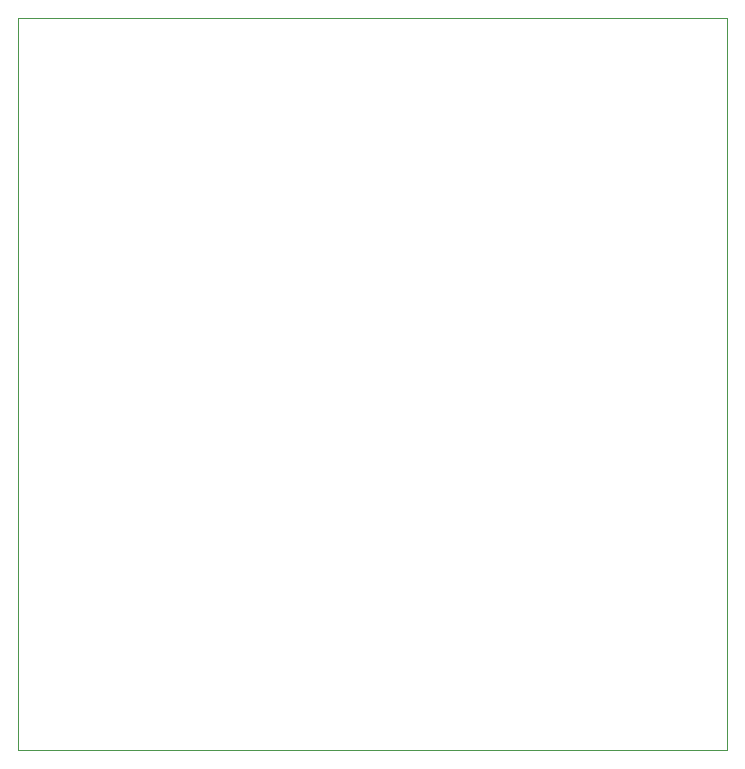
<source format=gm1>
%TF.GenerationSoftware,KiCad,Pcbnew,9.0.5*%
%TF.CreationDate,2025-11-25T11:18:22+01:00*%
%TF.ProjectId,PTP,5054502e-6b69-4636-9164-5f7063625858,rev?*%
%TF.SameCoordinates,Original*%
%TF.FileFunction,Profile,NP*%
%FSLAX46Y46*%
G04 Gerber Fmt 4.6, Leading zero omitted, Abs format (unit mm)*
G04 Created by KiCad (PCBNEW 9.0.5) date 2025-11-25 11:18:22*
%MOMM*%
%LPD*%
G01*
G04 APERTURE LIST*
%TA.AperFunction,Profile*%
%ADD10C,0.050000*%
%TD*%
G04 APERTURE END LIST*
D10*
X79000000Y-74000000D02*
X139000000Y-74000000D01*
X139000000Y-136000000D01*
X79000000Y-136000000D01*
X79000000Y-74000000D01*
M02*

</source>
